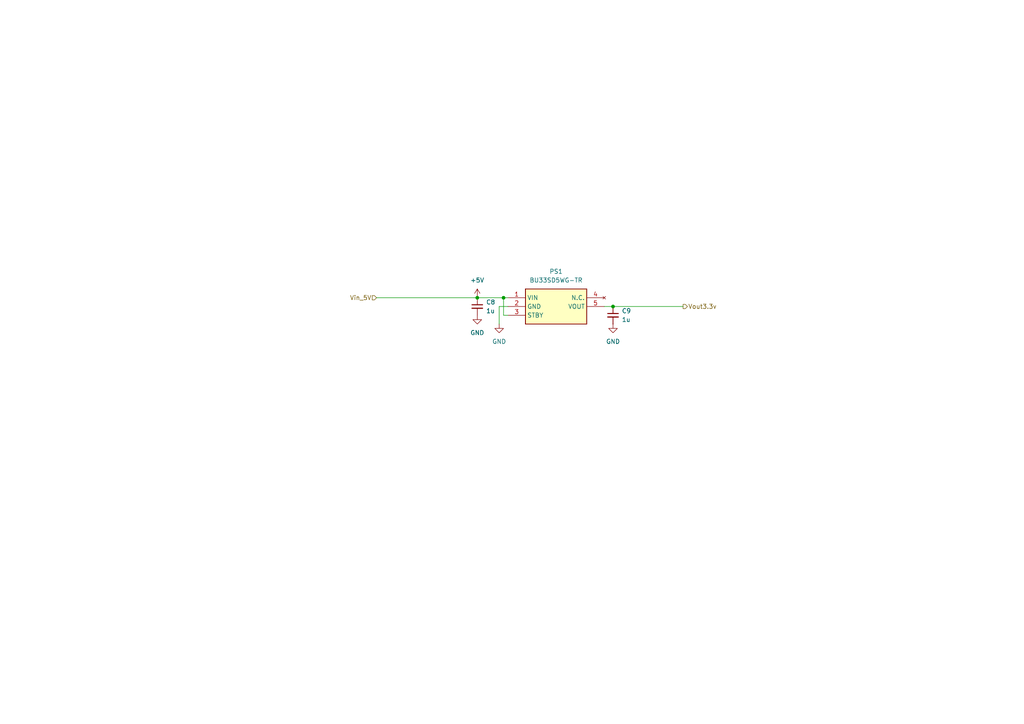
<source format=kicad_sch>
(kicad_sch (version 20250114) (generator "eeschema") (generator_version "9.0")
  (paper "A4")
  (lib_symbols
    (symbol "BU33SD5WG-TR:BU33SD5WG-TR"
      (property "Reference" "PS" (at 24.13 7.62 0))
      (property "Value" "BU33SD5WG-TR" (at 24.13 5.08 0))
      (symbol "BU33SD5WG-TR_1_1"
        (rectangle (start 5.08 2.54) (end 22.86 -7.62) (stroke (width 0.254)) (fill (type background)))
        (pin passive line (at 0 0 0) (length 5.08) (name "VIN") (number "1"))
        (pin passive line (at 0 -2.54 0) (length 5.08) (name "GND") (number "2"))
        (pin passive line (at 0 -5.08 0) (length 5.08) (name "STBY") (number "3"))
        (pin no_connect line (at 27.94 0 180) (length 5.08) (name "N.C.") (number "4"))
        (pin passive line (at 27.94 -2.54 180) (length 5.08) (name "VOUT") (number "5"))
      )
    )
    (symbol "Device:C_Small" (pin_numbers (hide yes)) (pin_names (offset 0.254) (hide yes))
      (property "Reference" "C" (at 0.254 1.778 0))
      (property "Value" "C_Small" (at 0.254 -2.032 0))
      (symbol "C_Small_0_1"
        (polyline (pts (xy -1.524 0.508) (xy 1.524 0.508)) (stroke (width 0.3048)))
        (polyline (pts (xy -1.524 -0.508) (xy 1.524 -0.508)) (stroke (width 0.3302)))
      )
      (symbol "C_Small_1_1"
        (pin passive line (at 0 2.54 270) (length 2.032) (name "~") (number "1"))
        (pin passive line (at 0 -2.54 90) (length 2.032) (name "~") (number "2"))
      )
    )
    (symbol "power:+5V" (power) (pin_numbers (hide yes)) (pin_names (offset 0) (hide yes))
      (property "Value" "+5V" (at 0 3.556 0))
      (symbol "+5V_0_1"
        (polyline (pts (xy -0.762 1.27) (xy 0 2.54)))
        (polyline (pts (xy 0 2.54) (xy 0.762 1.27)))
        (polyline (pts (xy 0 0) (xy 0 2.54)))
      )
      (symbol "+5V_1_1"
        (pin power_in line (at 0 0 90) (length 0) (name "~") (number "1"))
      )
    )
    (symbol "power:GND" (power) (pin_numbers (hide yes)) (pin_names (offset 0) (hide yes))
      (property "Value" "GND" (at 0 -3.81 0))
      (symbol "GND_0_1"
        (polyline (pts (xy 0 0) (xy 0 -1.27) (xy 1.27 -1.27) (xy 0 -2.54) (xy -1.27 -1.27) (xy 0 -1.27)))
      )
      (symbol "GND_1_1"
        (pin power_in line (at 0 0 270) (length 0) (name "~") (number "1"))
      )
    )
  )
  (junction (at 146.05 86.36))
  (junction (at 138.43 86.36))
  (junction (at 177.8 88.9))
  (wire (pts (xy 177.8 88.9) (xy 198.12 88.9)))
  (wire (pts (xy 146.05 91.44) (xy 146.05 86.36)))
  (wire (pts (xy 109.22 86.36) (xy 138.43 86.36)))
  (wire (pts (xy 175.26 88.9) (xy 177.8 88.9)))
  (wire (pts (xy 146.05 86.36) (xy 147.32 86.36)))
  (wire (pts (xy 138.43 86.36) (xy 146.05 86.36)))
  (wire (pts (xy 147.32 88.9) (xy 144.78 88.9)))
  (wire (pts (xy 147.32 91.44) (xy 146.05 91.44)))
  (wire (pts (xy 144.78 88.9) (xy 144.78 93.98)))
  (hierarchical_label "Vout3.3v" (shape output) (at 198.12 88.9 0))
  (hierarchical_label "Vin_5V" (shape input) (at 109.22 86.36 180))
  (symbol (lib_id "power:GND") (at 144.78 93.98 0) (unit 1)
    (property "Reference" "#PWR06" (effects (hide yes)))
    (property "Value" "GND" (at 144.78 99.06 0))
    (property "Description" "Power symbol creates a global label with name \"GND\" , ground" (effects (hide yes)))
  )
  (symbol (lib_id "Device:C_Small") (at 177.8 91.44 0) (unit 1)
    (property "Reference" "C9" (at 180.34 90.1762 0) (effects (justify left)))
    (property "Value" "1u" (at 180.34 92.7162 0) (effects (justify left)))
    (property "Description" "Unpolarized capacitor, small symbol" (effects (hide yes)))
  )
  (symbol (lib_id "Device:C_Small") (at 138.43 88.9 0) (unit 1)
    (property "Reference" "C8" (at 140.97 87.6362 0) (effects (justify left)))
    (property "Value" "1u" (at 140.97 90.1762 0) (effects (justify left)))
    (property "Description" "Unpolarized capacitor, small symbol" (effects (hide yes)))
  )
  (symbol (lib_id "power:GND") (at 138.43 91.44 0) (unit 1)
    (property "Reference" "#PWR05" (effects (hide yes)))
    (property "Value" "GND" (at 138.43 96.52 0))
    (property "Description" "Power symbol creates a global label with name \"GND\" , ground" (effects (hide yes)))
  )
  (symbol (lib_id "power:+5V") (at 138.43 86.36 0) (unit 1)
    (property "Reference" "#PWR013" (effects (hide yes)))
    (property "Value" "+5V" (at 138.43 81.28 0))
    (property "Description" "Power symbol creates a global label with name \"+5V\"" (effects (hide yes)))
  )
  (symbol (lib_id "power:GND") (at 177.8 93.98 0) (unit 1)
    (property "Reference" "#PWR07" (effects (hide yes)))
    (property "Value" "GND" (at 177.8 99.06 0))
    (property "Description" "Power symbol creates a global label with name \"GND\" , ground" (effects (hide yes)))
  )
  (symbol (lib_id "BU33SD5WG-TR:BU33SD5WG-TR") (at 147.32 86.36 0) (unit 1)
    (property "Reference" "PS1" (at 161.29 78.74 0))
    (property "Value" "BU33SD5WG-TR" (at 161.29 81.28 0))
    (property "Footprint" "Library:SOT95P280X125-5N" (effects (hide yes)))
    (property "Datasheet" "https://componentsearchengine.com/Datasheets/1/BU33SD5WG-TR.pdf" (effects (hide yes)))
    (property "Description" "LDO regulator,3.3V,0.5A,standby,SSOP5 ROHM BU33SD5WG-TR, LDO Voltage Regulator, 0.5A, 3.3 V +/-2%, 1.7  6 Vin, 5-Pin SSOP" (effects (hide yes)))
    (property "Height" "1.25" (effects (hide yes)))
    (property "Manufacturer_Name" "ROHM Semiconductor" (effects (hide yes)))
    (property "Manufacturer_Part_Number" "BU33SD5WG-TR" (effects (hide yes)))
  )
)
</source>
